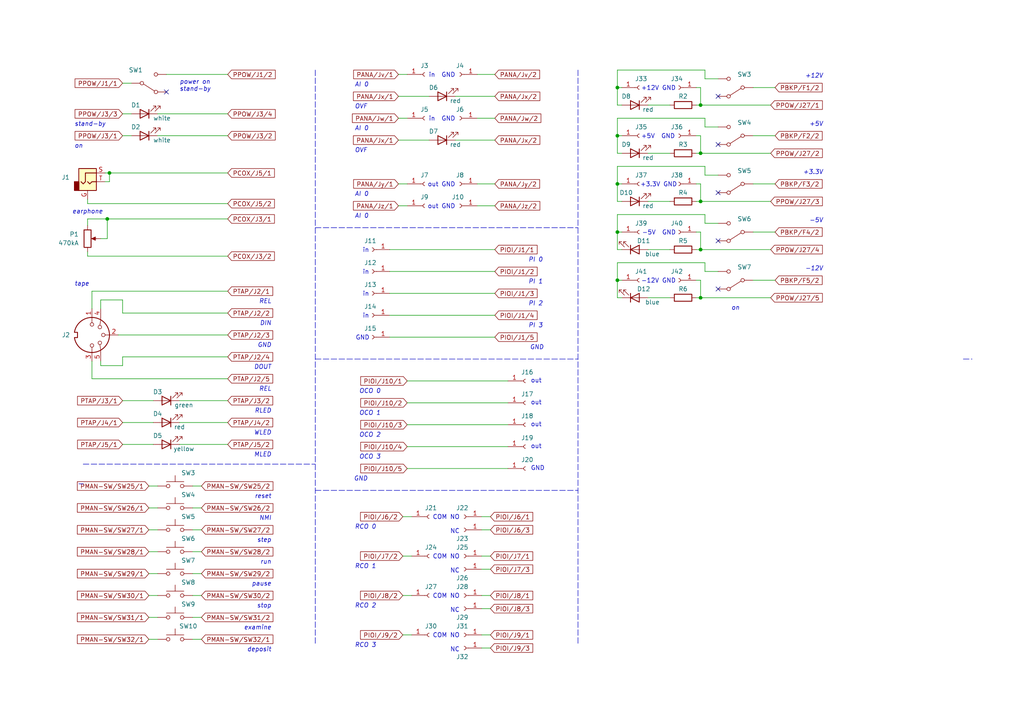
<source format=kicad_sch>
(kicad_sch (version 20211123) (generator eeschema)
  (paper "A4")
  (title_block (title "Front panel") (date "2025-11-15") (rev "1.0") (company "Pozsar Zsolt") (comment 1 "Zacchaeus Microcomputer"))
  (lib_symbols
    (symbol "Connector:AudioJack2_Ground"
      (property "Reference" "J" (at 0 8.89 0))
      (property "Value" "AudioJack2_Ground" (at 0 6.35 0))
      (symbol "AudioJack2_Ground_0_1"
        (rectangle (start -2.54 -2.54) (end -3.81 0) (stroke (width 0.254)) (fill (type outline)))
        (polyline (pts (xy 0 0) (xy 0.635 -0.635) (xy 1.27 0) (xy 2.54 0)) (stroke (width 0.254)))
        (polyline (pts (xy 2.54 2.54) (xy -0.635 2.54) (xy -0.635 0) (xy -1.27 -0.635) (xy -1.905 0)) (stroke (width 0.254)))
        (rectangle (start 2.54 3.81) (end -2.54 -2.54) (stroke (width 0.254)) (fill (type background)))
      )
      (symbol "AudioJack2_Ground_1_1"
        (pin passive line (at 0 -5.08 90) (length 2.54) (name "~") (number "G"))
        (pin passive line (at 5.08 2.54 180) (length 2.54) (name "~") (number "S"))
        (pin passive line (at 5.08 0 180) (length 2.54) (name "~") (number "T"))
      )
    )
    (symbol "Connector:Conn_01x01_Female" (pin_names (offset 1.016) hide)
      (property "Reference" "J" (at 0 2.54 0))
      (property "Value" "Conn_01x01_Female" (at 0 -2.54 0))
      (symbol "Conn_01x01_Female_1_1"
        (polyline (pts (xy -1.27 0) (xy -0.508 0)) (stroke (width 0.1524)))
        (arc (start 0 0.508) (mid -0.508 0) (end 0 -0.508) (stroke (width 0.1524)))
        (pin passive line (at -5.08 0 0) (length 3.81) (name "Pin_1") (number "1"))
      )
    )
    (symbol "Connector:DIN-5_180degree" (pin_names (offset 1.016))
      (property "Reference" "J" (at 3.175 5.715 0))
      (property "Value" "DIN-5_180degree" (at 0 -6.35 0))
      (symbol "DIN-5_180degree_0_1"
        (arc (start -5.08 0) (mid -3.8609 -3.3364) (end -0.762 -5.08) (stroke (width 0.254)))
        (circle (center -3.048 0) (radius 0.508))
        (circle (center -2.286 2.286) (radius 0.508))
        (polyline (pts (xy -5.08 0) (xy -3.556 0)))
        (polyline (pts (xy 0 5.08) (xy 0 3.81)))
        (polyline (pts (xy 5.08 0) (xy 3.556 0)))
        (polyline (pts (xy -5.08 2.54) (xy -4.318 2.54) (xy -2.794 2.286)))
        (polyline (pts (xy 5.08 2.54) (xy 4.318 2.54) (xy 2.794 2.286)))
        (polyline (pts (xy -0.762 -4.953) (xy -0.762 -4.191) (xy 0.762 -4.191) (xy 0.762 -4.953)) (stroke (width 0.254)))
        (circle (center 0 3.302) (radius 0.508))
        (arc (start 0.762 -5.08) (mid 3.8685 -3.343) (end 5.08 0) (stroke (width 0.254)))
        (circle (center 2.286 2.286) (radius 0.508))
        (circle (center 3.048 0) (radius 0.508))
        (arc (start 5.08 0) (mid 0 5.08) (end -5.08 0) (stroke (width 0.254)))
      )
      (symbol "DIN-5_180degree_1_1"
        (pin passive line (at -7.62 0 0) (length 2.54) (name "~") (number "1"))
        (pin passive line (at 0 7.62 270) (length 2.54) (name "~") (number "2"))
        (pin passive line (at 7.62 0 180) (length 2.54) (name "~") (number "3"))
        (pin passive line (at -7.62 2.54 0) (length 2.54) (name "~") (number "4"))
        (pin passive line (at 7.62 2.54 180) (length 2.54) (name "~") (number "5"))
      )
    )
    (symbol "Device:LED" (pin_numbers hide) (pin_names (offset 1.016) hide)
      (property "Reference" "D" (at 0 2.54 0))
      (property "Value" "LED" (at 0 -2.54 0))
      (symbol "LED_0_1"
        (polyline (pts (xy -1.27 -1.27) (xy -1.27 1.27)) (stroke (width 0.254)))
        (polyline (pts (xy -1.27 0) (xy 1.27 0)))
        (polyline (pts (xy 1.27 -1.27) (xy 1.27 1.27) (xy -1.27 0) (xy 1.27 -1.27)) (stroke (width 0.254)))
        (polyline (pts (xy -3.048 -0.762) (xy -4.572 -2.286) (xy -3.81 -2.286) (xy -4.572 -2.286) (xy -4.572 -1.524)))
        (polyline (pts (xy -1.778 -0.762) (xy -3.302 -2.286) (xy -2.54 -2.286) (xy -3.302 -2.286) (xy -3.302 -1.524)))
      )
      (symbol "LED_1_1"
        (pin passive line (at -3.81 0 0) (length 2.54) (name "K") (number "1"))
        (pin passive line (at 3.81 0 180) (length 2.54) (name "A") (number "2"))
      )
    )
    (symbol "Device:R" (pin_numbers hide) (pin_names (offset 0))
      (property "Reference" "R" (at 2.032 0 90))
      (property "Value" "R" (at 0 0 90))
      (symbol "R_0_1"
        (rectangle (start -1.016 -2.54) (end 1.016 2.54) (stroke (width 0.254)))
      )
      (symbol "R_1_1"
        (pin passive line (at 0 3.81 270) (length 1.27) (name "~") (number "1"))
        (pin passive line (at 0 -3.81 90) (length 1.27) (name "~") (number "2"))
      )
    )
    (symbol "Device:R_Potentiometer" (pin_numbers hide) (pin_names (offset 1.016) hide)
      (property "Reference" "RV" (at -4.445 0 90))
      (property "Value" "R_Potentiometer" (at -2.54 0 90))
      (symbol "R_Potentiometer_0_1"
        (polyline (pts (xy 2.54 0) (xy 1.524 0)))
        (polyline (pts (xy 1.143 0) (xy 2.286 0.508) (xy 2.286 -0.508) (xy 1.143 0)) (fill (type outline)))
        (rectangle (start 1.016 2.54) (end -1.016 -2.54) (stroke (width 0.254)))
      )
      (symbol "R_Potentiometer_1_1"
        (pin passive line (at 0 3.81 270) (length 1.27) (name "1") (number "1"))
        (pin passive line (at 3.81 0 180) (length 1.27) (name "2") (number "2"))
        (pin passive line (at 0 -3.81 90) (length 1.27) (name "3") (number "3"))
      )
    )
    (symbol "SW_SPDT_1" (pin_numbers hide) (pin_names (offset 0) hide)
      (property "Reference" "SW" (at 0 4.318 0))
      (property "Value" "SW_SPDT_1" (at 0 -5.08 0))
      (symbol "SW_SPDT_1_0_0"
        (circle (center -2.032 0) (radius 0.508))
        (circle (center 2.032 -2.54) (radius 0.508))
      )
      (symbol "SW_SPDT_1_0_1"
        (polyline (pts (xy -1.524 0.254) (xy 1.651 2.286)))
        (circle (center 2.032 2.54) (radius 0.508))
      )
      (symbol "SW_SPDT_1_1_1"
        (pin passive line (at 5.08 2.54 180) (length 2.54) (name "A") (number "1"))
        (pin passive line (at -5.08 0 0) (length 2.54) (name "B") (number "2"))
        (pin passive line (at 5.08 -2.54 180) (length 2.54) (name "C") (number "3"))
      )
    )
    (symbol "Switch:SW_Push" (pin_numbers hide) (pin_names (offset 1.016) hide)
      (property "Reference" "SW" (at 1.27 2.54 0))
      (property "Value" "SW_Push" (at 0 -1.524 0))
      (symbol "SW_Push_0_1"
        (circle (center -2.032 0) (radius 0.508))
        (polyline (pts (xy 0 1.27) (xy 0 3.048)))
        (polyline (pts (xy 2.54 1.27) (xy -2.54 1.27)))
        (circle (center 2.032 0) (radius 0.508))
        (pin passive line (at -5.08 0 0) (length 2.54) (name "1") (number "1"))
        (pin passive line (at 5.08 0 180) (length 2.54) (name "2") (number "2"))
      )
    )
    (symbol "Switch:SW_SPDT" (pin_numbers hide) (pin_names (offset 0) hide)
      (property "Reference" "SW" (at 0 4.318 0))
      (property "Value" "SW_SPDT" (at 0 -5.08 0))
      (symbol "SW_SPDT_0_0"
        (circle (center -2.032 0) (radius 0.508))
        (circle (center 2.032 -2.54) (radius 0.508))
      )
      (symbol "SW_SPDT_0_1"
        (polyline (pts (xy -1.524 0.254) (xy 1.651 2.286)))
        (circle (center 2.032 2.54) (radius 0.508))
      )
      (symbol "SW_SPDT_1_1"
        (pin passive line (at 5.08 2.54 180) (length 2.54) (name "A") (number "1"))
        (pin passive line (at -5.08 0 0) (length 2.54) (name "B") (number "2"))
        (pin passive line (at 5.08 -2.54 180) (length 2.54) (name "C") (number "3"))
      )
    )
  )
  (junction (at 203.2 58.42))
  (junction (at 179.07 81.28))
  (junction (at 179.07 67.31))
  (junction (at 203.2 72.39))
  (junction (at 179.07 53.34))
  (junction (at 203.2 30.48))
  (junction (at 179.07 39.37))
  (junction (at 31.115 63.5))
  (junction (at 31.75 50.165))
  (junction (at 203.2 86.36))
  (junction (at 203.2 44.45))
  (junction (at 179.07 25.4))
  (no_connect (at 48.26 26.67))
  (no_connect (at 208.28 83.82))
  (no_connect (at 208.28 55.88))
  (no_connect (at 208.28 27.94))
  (no_connect (at 208.28 41.91))
  (no_connect (at 208.28 69.85))
  (wire (pts (xy 203.2 25.4) (xy 203.2 30.48)))
  (polyline (pts (xy 91.44 20.32) (xy 91.44 186.69)))
  (wire (pts (xy 35.56 90.805) (xy 66.04 90.805)))
  (wire (pts (xy 179.07 20.32) (xy 179.07 25.4)))
  (wire (pts (xy 179.07 53.34) (xy 179.07 58.42)))
  (wire (pts (xy 204.47 48.26) (xy 204.47 50.8)))
  (wire (pts (xy 180.34 25.4) (xy 179.07 25.4)))
  (wire (pts (xy 113.03 91.44) (xy 143.51 91.44)))
  (wire (pts (xy 179.07 81.28) (xy 179.07 86.36)))
  (wire (pts (xy 179.07 48.26) (xy 179.07 53.34)))
  (wire (pts (xy 147.32 116.84) (xy 118.11 116.84)))
  (wire (pts (xy 55.88 185.42) (xy 58.42 185.42)))
  (wire (pts (xy 31.115 63.5) (xy 31.115 69.215)))
  (wire (pts (xy 29.21 89.535) (xy 29.21 86.995)))
  (wire (pts (xy 204.47 36.83) (xy 208.28 36.83)))
  (wire (pts (xy 204.47 76.2) (xy 204.47 78.74)))
  (polyline (pts (xy 24.13 134.62) (xy 91.44 134.62)))
  (wire (pts (xy 35.56 33.02) (xy 38.1 33.02)))
  (wire (pts (xy 204.47 78.74) (xy 208.28 78.74)))
  (wire (pts (xy 25.4 57.785) (xy 25.4 59.055)))
  (wire (pts (xy 143.51 21.59) (xy 138.43 21.59)))
  (wire (pts (xy 48.26 21.59) (xy 66.04 21.59)))
  (wire (pts (xy 201.93 39.37) (xy 203.2 39.37)))
  (wire (pts (xy 55.88 160.02) (xy 58.42 160.02)))
  (wire (pts (xy 204.47 64.77) (xy 208.28 64.77)))
  (wire (pts (xy 179.07 34.29) (xy 179.07 39.37)))
  (wire (pts (xy 187.96 30.48) (xy 194.31 30.48)))
  (wire (pts (xy 35.56 103.505) (xy 35.56 106.045)))
  (wire (pts (xy 113.03 72.39) (xy 143.51 72.39)))
  (wire (pts (xy 179.07 76.2) (xy 179.07 81.28)))
  (wire (pts (xy 132.08 40.64) (xy 143.51 40.64)))
  (wire (pts (xy 218.44 39.37) (xy 224.79 39.37)))
  (wire (pts (xy 142.24 153.67) (xy 139.7 153.67)))
  (wire (pts (xy 55.88 140.97) (xy 58.42 140.97)))
  (wire (pts (xy 26.67 84.455) (xy 66.04 84.455)))
  (wire (pts (xy 55.88 153.67) (xy 58.42 153.67)))
  (wire (pts (xy 203.2 44.45) (xy 201.93 44.45)))
  (wire (pts (xy 201.93 25.4) (xy 203.2 25.4)))
  (wire (pts (xy 43.18 185.42) (xy 45.72 185.42)))
  (wire (pts (xy 179.07 48.26) (xy 204.47 48.26)))
  (wire (pts (xy 179.07 25.4) (xy 179.07 30.48)))
  (wire (pts (xy 147.32 110.49) (xy 118.11 110.49)))
  (wire (pts (xy 204.47 34.29) (xy 204.47 36.83)))
  (wire (pts (xy 55.88 179.07) (xy 58.42 179.07)))
  (wire (pts (xy 201.93 53.34) (xy 203.2 53.34)))
  (wire (pts (xy 180.34 39.37) (xy 179.07 39.37)))
  (wire (pts (xy 179.07 20.32) (xy 204.47 20.32)))
  (wire (pts (xy 179.07 86.36) (xy 180.34 86.36)))
  (wire (pts (xy 119.38 184.15) (xy 116.84 184.15)))
  (wire (pts (xy 142.24 165.1) (xy 139.7 165.1)))
  (wire (pts (xy 180.34 53.34) (xy 179.07 53.34)))
  (wire (pts (xy 34.29 97.155) (xy 66.04 97.155)))
  (wire (pts (xy 147.32 123.19) (xy 118.11 123.19)))
  (wire (pts (xy 35.56 103.505) (xy 66.04 103.505)))
  (wire (pts (xy 26.67 84.455) (xy 26.67 89.535)))
  (polyline (pts (xy 91.44 66.04) (xy 167.64 66.04)))
  (wire (pts (xy 29.21 69.215) (xy 31.115 69.215)))
  (wire (pts (xy 203.2 72.39) (xy 201.93 72.39)))
  (wire (pts (xy 43.18 172.72) (xy 45.72 172.72)))
  (wire (pts (xy 179.07 62.23) (xy 179.07 67.31)))
  (polyline (pts (xy 22.86 140.335) (xy 24.13 140.335)))
  (wire (pts (xy 118.11 53.34) (xy 115.57 53.34)))
  (wire (pts (xy 179.07 39.37) (xy 179.07 44.45)))
  (wire (pts (xy 115.57 40.64) (xy 124.46 40.64)))
  (wire (pts (xy 179.07 30.48) (xy 180.34 30.48)))
  (wire (pts (xy 113.03 85.09) (xy 143.51 85.09)))
  (wire (pts (xy 143.51 34.29) (xy 138.43 34.29)))
  (wire (pts (xy 203.2 53.34) (xy 203.2 58.42)))
  (wire (pts (xy 203.2 39.37) (xy 203.2 44.45)))
  (wire (pts (xy 203.2 86.36) (xy 223.52 86.36)))
  (wire (pts (xy 35.56 122.555) (xy 44.45 122.555)))
  (wire (pts (xy 31.75 50.165) (xy 66.04 50.165)))
  (wire (pts (xy 142.24 184.15) (xy 139.7 184.15)))
  (wire (pts (xy 180.34 81.28) (xy 179.07 81.28)))
  (wire (pts (xy 187.96 72.39) (xy 194.31 72.39)))
  (wire (pts (xy 187.96 44.45) (xy 194.31 44.45)))
  (wire (pts (xy 45.72 39.37) (xy 66.04 39.37)))
  (wire (pts (xy 55.88 166.37) (xy 58.42 166.37)))
  (wire (pts (xy 118.11 59.69) (xy 115.57 59.69)))
  (wire (pts (xy 142.24 176.53) (xy 139.7 176.53)))
  (wire (pts (xy 142.24 161.29) (xy 139.7 161.29)))
  (wire (pts (xy 179.07 67.31) (xy 179.07 72.39)))
  (wire (pts (xy 45.72 33.02) (xy 66.04 33.02)))
  (wire (pts (xy 179.07 44.45) (xy 180.34 44.45)))
  (wire (pts (xy 142.24 187.96) (xy 139.7 187.96)))
  (wire (pts (xy 143.51 53.34) (xy 138.43 53.34)))
  (wire (pts (xy 113.03 78.74) (xy 143.51 78.74)))
  (wire (pts (xy 25.4 65.405) (xy 25.4 63.5)))
  (wire (pts (xy 179.07 58.42) (xy 180.34 58.42)))
  (wire (pts (xy 29.21 104.775) (xy 29.21 106.045)))
  (wire (pts (xy 147.32 135.89) (xy 118.11 135.89)))
  (wire (pts (xy 43.18 147.32) (xy 45.72 147.32)))
  (wire (pts (xy 179.07 72.39) (xy 180.34 72.39)))
  (wire (pts (xy 203.2 30.48) (xy 223.52 30.48)))
  (wire (pts (xy 203.2 58.42) (xy 201.93 58.42)))
  (polyline (pts (xy 91.44 142.24) (xy 167.64 142.24)))
  (wire (pts (xy 35.56 86.995) (xy 35.56 90.805)))
  (wire (pts (xy 35.56 39.37) (xy 38.1 39.37)))
  (wire (pts (xy 218.44 25.4) (xy 224.79 25.4)))
  (wire (pts (xy 31.75 52.705) (xy 31.75 50.165)))
  (wire (pts (xy 30.48 52.705) (xy 31.75 52.705)))
  (wire (pts (xy 25.4 59.055) (xy 66.04 59.055)))
  (wire (pts (xy 203.2 72.39) (xy 223.52 72.39)))
  (wire (pts (xy 35.56 128.905) (xy 44.45 128.905)))
  (polyline (pts (xy 279.4 104.14) (xy 281.94 104.14)))
  (wire (pts (xy 143.51 59.69) (xy 138.43 59.69)))
  (wire (pts (xy 26.67 104.775) (xy 26.67 109.855)))
  (wire (pts (xy 179.07 76.2) (xy 204.47 76.2)))
  (polyline (pts (xy 167.64 20.32) (xy 167.64 186.69)))
  (wire (pts (xy 113.03 97.79) (xy 143.51 97.79)))
  (wire (pts (xy 52.07 128.905) (xy 66.04 128.905)))
  (wire (pts (xy 29.21 86.995) (xy 35.56 86.995)))
  (wire (pts (xy 43.18 153.67) (xy 45.72 153.67)))
  (wire (pts (xy 203.2 67.31) (xy 203.2 72.39)))
  (wire (pts (xy 26.67 109.855) (xy 66.04 109.855)))
  (wire (pts (xy 224.79 81.28) (xy 218.44 81.28)))
  (wire (pts (xy 204.47 62.23) (xy 204.47 64.77)))
  (wire (pts (xy 43.18 166.37) (xy 45.72 166.37)))
  (wire (pts (xy 43.18 160.02) (xy 45.72 160.02)))
  (wire (pts (xy 52.07 122.555) (xy 66.04 122.555)))
  (wire (pts (xy 118.11 21.59) (xy 115.57 21.59)))
  (wire (pts (xy 142.24 149.86) (xy 139.7 149.86)))
  (wire (pts (xy 179.07 34.29) (xy 204.47 34.29)))
  (wire (pts (xy 179.07 62.23) (xy 204.47 62.23)))
  (wire (pts (xy 142.24 172.72) (xy 139.7 172.72)))
  (wire (pts (xy 204.47 20.32) (xy 204.47 22.86)))
  (wire (pts (xy 29.21 106.045) (xy 35.56 106.045)))
  (wire (pts (xy 187.96 58.42) (xy 194.31 58.42)))
  (wire (pts (xy 203.2 81.28) (xy 203.2 86.36)))
  (wire (pts (xy 204.47 22.86) (xy 208.28 22.86)))
  (wire (pts (xy 223.52 44.45) (xy 203.2 44.45)))
  (wire (pts (xy 201.93 67.31) (xy 203.2 67.31)))
  (wire (pts (xy 187.96 86.36) (xy 194.31 86.36)))
  (wire (pts (xy 35.56 24.13) (xy 38.1 24.13)))
  (wire (pts (xy 66.04 74.295) (xy 25.4 74.295)))
  (wire (pts (xy 43.18 140.97) (xy 45.72 140.97)))
  (wire (pts (xy 119.38 161.29) (xy 116.84 161.29)))
  (wire (pts (xy 119.38 172.72) (xy 116.84 172.72)))
  (wire (pts (xy 31.115 63.5) (xy 66.04 63.5)))
  (wire (pts (xy 203.2 30.48) (xy 201.93 30.48)))
  (wire (pts (xy 132.08 27.94) (xy 143.51 27.94)))
  (wire (pts (xy 218.44 67.31) (xy 224.79 67.31)))
  (wire (pts (xy 25.4 74.295) (xy 25.4 73.025)))
  (wire (pts (xy 119.38 149.86) (xy 116.84 149.86)))
  (polyline (pts (xy 91.44 104.14) (xy 167.64 104.14)))
  (wire (pts (xy 31.75 50.165) (xy 30.48 50.165)))
  (wire (pts (xy 115.57 27.94) (xy 124.46 27.94)))
  (wire (pts (xy 55.88 147.32) (xy 58.42 147.32)))
  (wire (pts (xy 203.2 86.36) (xy 201.93 86.36)))
  (wire (pts (xy 204.47 50.8) (xy 208.28 50.8)))
  (wire (pts (xy 180.34 67.31) (xy 179.07 67.31)))
  (wire (pts (xy 25.4 63.5) (xy 31.115 63.5)))
  (wire (pts (xy 43.18 179.07) (xy 45.72 179.07)))
  (wire (pts (xy 203.2 58.42) (xy 223.52 58.42)))
  (wire (pts (xy 218.44 53.34) (xy 224.79 53.34)))
  (wire (pts (xy 147.32 129.54) (xy 118.11 129.54)))
  (wire (pts (xy 201.93 81.28) (xy 203.2 81.28)))
  (wire (pts (xy 55.88 172.72) (xy 58.42 172.72)))
  (wire (pts (xy 35.56 116.205) (xy 44.45 116.205)))
  (wire (pts (xy 118.11 34.29) (xy 115.57 34.29)))
  (wire (pts (xy 52.07 116.205) (xy 66.04 116.205)))
  (text "OVF" (at 102.87 44.45 0) (effects (font (size 1.27 1.27) italic) (justify left bottom)))
  (text "-5V" (at 238.76 64.77 180) (effects (font (size 1.27 1.27) italic) (justify right bottom)))
  (text "power on\nstand-by" (at 52.07 26.67 0) (effects (font (size 1.27 1.27) italic) (justify left bottom)))
  (text "COM NO\n\n    NC" (at 133.35 177.8 180) (effects (font (size 1.27 1.27)) (justify right bottom)))
  (text "-12V" (at 238.76 78.74 180) (effects (font (size 1.27 1.27) italic) (justify right bottom)))
  (text "out GND" (at 132.08 60.706 180) (effects (font (size 1.27 1.27)) (justify right bottom)))
  (text "RCO 3" (at 102.87 187.96 0) (effects (font (size 1.27 1.27) italic) (justify left bottom)))
  (text "GND" (at 78.74 100.965 180) (effects (font (size 1.27 1.27) italic) (justify right bottom)))
  (text "in" (at 105.156 79.756 0) (effects (font (size 1.27 1.27)) (justify left bottom)))
  (text "PI 0" (at 157.48 76.2 180) (effects (font (size 1.27 1.27) italic) (justify right bottom)))
  (text "examine" (at 78.74 182.88 180) (effects (font (size 1.27 1.27) italic) (justify right bottom)))
  (text "PI 1" (at 157.48 82.55 180) (effects (font (size 1.27 1.27) italic) (justify right bottom)))
  (text "COM NO\n\n    NC" (at 133.35 189.23 180) (effects (font (size 1.27 1.27)) (justify right bottom)))
  (text "in  GND" (at 132.08 22.606 180) (effects (font (size 1.27 1.27)) (justify right bottom)))
  (text "GND" (at 153.924 136.652 0) (effects (font (size 1.27 1.27)) (justify left bottom)))
  (text "RLED" (at 78.74 120.015 180) (effects (font (size 1.27 1.27) italic) (justify right bottom)))
  (text "MLED" (at 78.74 132.715 180) (effects (font (size 1.27 1.27) italic) (justify right bottom)))
  (text "in" (at 105.156 73.406 0) (effects (font (size 1.27 1.27)) (justify left bottom)))
  (text "OCO 0" (at 104.14 114.3 0) (effects (font (size 1.27 1.27) italic) (justify left bottom)))
  (text "AI 0" (at 102.87 38.1 0) (effects (font (size 1.27 1.27) italic) (justify left bottom)))
  (text "RCO 1" (at 102.87 165.1 0) (effects (font (size 1.27 1.27) italic) (justify left bottom)))
  (text "earphone" (at 20.955 62.23 0) (effects (font (size 1.27 1.27) italic) (justify left bottom)))
  (text "AI 0" (at 102.87 25.4 0) (effects (font (size 1.27 1.27) italic) (justify left bottom)))
  (text "+5V  GND" (at 185.928 40.386 0) (effects (font (size 1.27 1.27)) (justify left bottom)))
  (text "on" (at 212.09 90.17 0) (effects (font (size 1.27 1.27) italic) (justify left bottom)))
  (text "deposit" (at 78.74 189.23 180) (effects (font (size 1.27 1.27) italic) (justify right bottom)))
  (text "AI 0" (at 102.87 63.5 0) (effects (font (size 1.27 1.27) italic) (justify left bottom)))
  (text "AI 0" (at 102.87 57.15 0) (effects (font (size 1.27 1.27) italic) (justify left bottom)))
  (text "+12V" (at 238.76 22.86 180) (effects (font (size 1.27 1.27) italic) (justify right bottom)))
  (text "in  GND" (at 132.08 35.306 180) (effects (font (size 1.27 1.27)) (justify right bottom)))
  (text "PI 2" (at 157.48 88.9 180) (effects (font (size 1.27 1.27) italic) (justify right bottom)))
  (text "reset" (at 78.74 144.78 180) (effects (font (size 1.27 1.27) italic) (justify right bottom)))
  (text "+3.3V" (at 238.76 50.8 180) (effects (font (size 1.27 1.27) italic) (justify right bottom)))
  (text "pause" (at 78.74 170.18 180) (effects (font (size 1.27 1.27) italic) (justify right bottom)))
  (text "REL" (at 78.74 88.265 180) (effects (font (size 1.27 1.27) italic) (justify right bottom)))
  (text "COM NO\n\n    NC" (at 133.35 166.37 180) (effects (font (size 1.27 1.27)) (justify right bottom)))
  (text "COM NO\n\n    NC" (at 133.35 154.94 180) (effects (font (size 1.27 1.27)) (justify right bottom)))
  (text "-12V GND" (at 185.928 82.296 0) (effects (font (size 1.27 1.27)) (justify left bottom)))
  (text "out" (at 153.924 111.252 0) (effects (font (size 1.27 1.27)) (justify left bottom)))
  (text "out" (at 153.924 130.302 0) (effects (font (size 1.27 1.27)) (justify left bottom)))
  (text "+12V GND" (at 185.928 26.416 0) (effects (font (size 1.27 1.27)) (justify left bottom)))
  (text "stop" (at 78.74 176.53 180) (effects (font (size 1.27 1.27) italic) (justify right bottom)))
  (text "NMI" (at 78.74 151.13 180) (effects (font (size 1.27 1.27) italic) (justify right bottom)))
  (text "RCO 0" (at 102.87 153.67 0) (effects (font (size 1.27 1.27) italic) (justify left bottom)))
  (text "WLED" (at 78.74 126.365 180) (effects (font (size 1.27 1.27) italic) (justify right bottom)))
  (text "on" (at 21.59 43.18 0) (effects (font (size 1.27 1.27) italic) (justify left bottom)))
  (text "run" (at 78.74 163.83 180) (effects (font (size 1.27 1.27) italic) (justify right bottom)))
  (text "out GND" (at 132.08 54.356 180) (effects (font (size 1.27 1.27)) (justify right bottom)))
  (text "out" (at 153.924 117.602 0) (effects (font (size 1.27 1.27)) (justify left bottom)))
  (text "DOUT" (at 78.74 107.315 180) (effects (font (size 1.27 1.27) italic) (justify right bottom)))
  (text "GND" (at 153.67 101.6 0) (effects (font (size 1.27 1.27) italic) (justify left bottom)))
  (text "GND" (at 106.68 139.7 180) (effects (font (size 1.27 1.27) italic) (justify right bottom)))
  (text "in" (at 105.156 86.106 0) (effects (font (size 1.27 1.27)) (justify left bottom)))
  (text "out" (at 153.924 123.952 0) (effects (font (size 1.27 1.27)) (justify left bottom)))
  (text "tape" (at 21.59 83.185 0) (effects (font (size 1.27 1.27) italic) (justify left bottom)))
  (text "OVF" (at 102.87 31.75 0) (effects (font (size 1.27 1.27) italic) (justify left bottom)))
  (text "RCO 2" (at 102.87 176.53 0) (effects (font (size 1.27 1.27) italic) (justify left bottom)))
  (text "OCO 3" (at 104.14 133.35 0) (effects (font (size 1.27 1.27) italic) (justify left bottom)))
  (text "stand-by" (at 21.59 36.83 0) (effects (font (size 1.27 1.27) italic) (justify left bottom)))
  (text "in" (at 105.156 92.456 0) (effects (font (size 1.27 1.27)) (justify left bottom)))
  (text "DIN" (at 78.74 94.615 180) (effects (font (size 1.27 1.27) italic) (justify right bottom)))
  (text "GND" (at 103.124 98.806 0) (effects (font (size 1.27 1.27)) (justify left bottom)))
  (text "REL" (at 78.74 113.665 180) (effects (font (size 1.27 1.27) italic) (justify right bottom)))
  (text "step" (at 78.74 157.48 180) (effects (font (size 1.27 1.27) italic) (justify right bottom)))
  (text "+5V" (at 238.76 36.83 180) (effects (font (size 1.27 1.27) italic) (justify right bottom)))
  (text "OCO 2" (at 104.14 127 0) (effects (font (size 1.27 1.27) italic) (justify left bottom)))
  (text "PI 3" (at 157.48 95.25 180) (effects (font (size 1.27 1.27) italic) (justify right bottom)))
  (text "OCO 1" (at 104.14 120.65 0) (effects (font (size 1.27 1.27) italic) (justify left bottom)))
  (text "+3.3V GND" (at 185.674 54.356 0) (effects (font (size 1.27 1.27)) (justify left bottom)))
  (text "-5V  GND" (at 186.182 68.326 0) (effects (font (size 1.27 1.27)) (justify left bottom)))
  (global_label "PTAP{slash}J2{slash}2" (shape input) (at 66.04 90.805 0) (property "Intersheet References" "${INTERSHEET_REFS}" (effects hide)))
  (global_label "PBKP{slash}F5{slash}2" (shape input) (at 224.79 81.28 0) (property "Intersheet References" "${INTERSHEET_REFS}" (effects hide)))
  (global_label "PCOX{slash}J3{slash}1" (shape input) (at 66.04 63.5 0) (property "Intersheet References" "${INTERSHEET_REFS}" (effects hide)))
  (global_label "PIOI{slash}J9{slash}1" (shape input) (at 142.24 184.15 0) (property "Intersheet References" "${INTERSHEET_REFS}" (effects hide)))
  (global_label "PMAN-SW{slash}SW27{slash}2" (shape input) (at 58.42 153.67 0) (property "Intersheet References" "${INTERSHEET_REFS}" (effects hide)))
  (global_label "PPOW{slash}J27{slash}2" (shape input) (at 223.52 44.45 0) (property "Intersheet References" "${INTERSHEET_REFS}" (effects hide)))
  (global_label "PBKP{slash}F4{slash}2" (shape input) (at 224.79 67.31 0) (property "Intersheet References" "${INTERSHEET_REFS}" (effects hide)))
  (global_label "PBKP{slash}F3{slash}2" (shape input) (at 224.79 53.34 0) (property "Intersheet References" "${INTERSHEET_REFS}" (effects hide)))
  (global_label "PMAN-SW{slash}SW26{slash}2" (shape input) (at 58.42 147.32 0) (property "Intersheet References" "${INTERSHEET_REFS}" (effects hide)))
  (global_label "PIOI{slash}J6{slash}3" (shape input) (at 142.24 153.67 0) (property "Intersheet References" "${INTERSHEET_REFS}" (effects hide)))
  (global_label "PIOI{slash}J7{slash}2" (shape input) (at 116.84 161.29 180) (property "Intersheet References" "${INTERSHEET_REFS}" (effects hide)))
  (global_label "PPOW{slash}J3{slash}1" (shape input) (at 35.56 39.37 180) (property "Intersheet References" "${INTERSHEET_REFS}" (effects hide)))
  (global_label "PTAP{slash}J2{slash}3" (shape input) (at 66.04 97.155 0) (property "Intersheet References" "${INTERSHEET_REFS}" (effects hide)))
  (global_label "PCOX{slash}J5{slash}2" (shape input) (at 66.04 59.055 0) (property "Intersheet References" "${INTERSHEET_REFS}" (effects hide)))
  (global_label "PMAN-SW{slash}SW28{slash}1" (shape input) (at 43.18 160.02 180) (property "Intersheet References" "${INTERSHEET_REFS}" (effects hide)))
  (global_label "PANA{slash}Jy{slash}1" (shape input) (at 115.57 53.34 180) (property "Intersheet References" "${INTERSHEET_REFS}" (effects hide)))
  (global_label "PANA{slash}Jy{slash}2" (shape input) (at 143.51 53.34 0) (property "Intersheet References" "${INTERSHEET_REFS}" (effects hide)))
  (global_label "PIOI{slash}J7{slash}1" (shape input) (at 142.24 161.29 0) (property "Intersheet References" "${INTERSHEET_REFS}" (effects hide)))
  (global_label "PPOW{slash}J27{slash}1" (shape input) (at 223.52 30.48 0) (property "Intersheet References" "${INTERSHEET_REFS}" (effects hide)))
  (global_label "PMAN-SW{slash}SW30{slash}1" (shape input) (at 43.18 172.72 180) (property "Intersheet References" "${INTERSHEET_REFS}" (effects hide)))
  (global_label "PIOI{slash}J10{slash}5" (shape input) (at 118.11 135.89 180) (property "Intersheet References" "${INTERSHEET_REFS}" (effects hide)))
  (global_label "PTAP{slash}J2{slash}4" (shape input) (at 66.04 103.505 0) (property "Intersheet References" "${INTERSHEET_REFS}" (effects hide)))
  (global_label "PIOI{slash}J10{slash}4" (shape input) (at 118.11 129.54 180) (property "Intersheet References" "${INTERSHEET_REFS}" (effects hide)))
  (global_label "PTAP{slash}J4{slash}2" (shape input) (at 66.04 122.555 0) (property "Intersheet References" "${INTERSHEET_REFS}" (effects hide)))
  (global_label "PMAN-SW{slash}SW30{slash}2" (shape input) (at 58.42 172.72 0) (property "Intersheet References" "${INTERSHEET_REFS}" (effects hide)))
  (global_label "PMAN-SW{slash}SW29{slash}2" (shape input) (at 58.42 166.37 0) (property "Intersheet References" "${INTERSHEET_REFS}" (effects hide)))
  (global_label "PTAP{slash}J4{slash}1" (shape input) (at 35.56 122.555 180) (property "Intersheet References" "${INTERSHEET_REFS}" (effects hide)))
  (global_label "PTAP{slash}J5{slash}1" (shape input) (at 35.56 128.905 180) (property "Intersheet References" "${INTERSHEET_REFS}" (effects hide)))
  (global_label "PANA{slash}Jz{slash}1" (shape input) (at 115.57 59.69 180) (property "Intersheet References" "${INTERSHEET_REFS}" (effects hide)))
  (global_label "PCOX{slash}J5{slash}1" (shape input) (at 66.04 50.165 0) (property "Intersheet References" "${INTERSHEET_REFS}" (effects hide)))
  (global_label "PBKP{slash}F2{slash}2" (shape input) (at 224.79 39.37 0) (property "Intersheet References" "${INTERSHEET_REFS}" (effects hide)))
  (global_label "PMAN-SW{slash}SW26{slash}1" (shape input) (at 43.18 147.32 180) (property "Intersheet References" "${INTERSHEET_REFS}" (effects hide)))
  (global_label "PIOI{slash}J8{slash}2" (shape input) (at 116.84 172.72 180) (property "Intersheet References" "${INTERSHEET_REFS}" (effects hide)))
  (global_label "PANA{slash}Jx{slash}2" (shape input) (at 143.51 40.64 0) (property "Intersheet References" "${INTERSHEET_REFS}" (effects hide)))
  (global_label "PIOI{slash}J10{slash}1" (shape input) (at 118.11 110.49 180) (property "Intersheet References" "${INTERSHEET_REFS}" (effects hide)))
  (global_label "PTAP{slash}J2{slash}5" (shape input) (at 66.04 109.855 0) (property "Intersheet References" "${INTERSHEET_REFS}" (effects hide)))
  (global_label "PPOW{slash}J1{slash}2" (shape input) (at 66.04 21.59 0) (property "Intersheet References" "${INTERSHEET_REFS}" (effects hide)))
  (global_label "PIOI{slash}J9{slash}3" (shape input) (at 142.24 187.96 0) (property "Intersheet References" "${INTERSHEET_REFS}" (effects hide)))
  (global_label "PMAN-SW{slash}SW32{slash}1" (shape input) (at 43.18 185.42 180) (property "Intersheet References" "${INTERSHEET_REFS}" (effects hide)))
  (global_label "PIOI{slash}J1{slash}3" (shape input) (at 143.51 85.09 0) (property "Intersheet References" "${INTERSHEET_REFS}" (effects hide)))
  (global_label "PMAN-SW{slash}SW28{slash}2" (shape input) (at 58.42 160.02 0) (property "Intersheet References" "${INTERSHEET_REFS}" (effects hide)))
  (global_label "PIOI{slash}J6{slash}2" (shape input) (at 116.84 149.86 180) (property "Intersheet References" "${INTERSHEET_REFS}" (effects hide)))
  (global_label "PIOI{slash}J8{slash}3" (shape input) (at 142.24 176.53 0) (property "Intersheet References" "${INTERSHEET_REFS}" (effects hide)))
  (global_label "PANA{slash}Jx{slash}1" (shape input) (at 115.57 27.94 180) (property "Intersheet References" "${INTERSHEET_REFS}" (effects hide)))
  (global_label "PIOI{slash}J1{slash}5" (shape input) (at 143.51 97.79 0) (property "Intersheet References" "${INTERSHEET_REFS}" (effects hide)))
  (global_label "PPOW{slash}J3{slash}4" (shape input) (at 66.04 33.02 0) (property "Intersheet References" "${INTERSHEET_REFS}" (effects hide)))
  (global_label "PPOW{slash}J27{slash}5" (shape input) (at 223.52 86.36 0) (property "Intersheet References" "${INTERSHEET_REFS}" (effects hide)))
  (global_label "PPOW{slash}J3{slash}2" (shape input) (at 66.04 39.37 0) (property "Intersheet References" "${INTERSHEET_REFS}" (effects hide)))
  (global_label "PIOI{slash}J1{slash}1" (shape input) (at 143.51 72.39 0) (property "Intersheet References" "${INTERSHEET_REFS}" (effects hide)))
  (global_label "PMAN-SW{slash}SW32{slash}1" (shape input) (at 58.42 185.42 0) (property "Intersheet References" "${INTERSHEET_REFS}" (effects hide)))
  (global_label "PCOX{slash}J3{slash}2" (shape input) (at 66.04 74.295 0) (property "Intersheet References" "${INTERSHEET_REFS}" (effects hide)))
  (global_label "PANA{slash}Jx{slash}1" (shape input) (at 115.57 40.64 180) (property "Intersheet References" "${INTERSHEET_REFS}" (effects hide)))
  (global_label "PMAN-SW{slash}SW31{slash}2" (shape input) (at 58.42 179.07 0) (property "Intersheet References" "${INTERSHEET_REFS}" (effects hide)))
  (global_label "PMAN-SW{slash}SW25{slash}1" (shape input) (at 43.18 140.97 180) (property "Intersheet References" "${INTERSHEET_REFS}" (effects hide)))
  (global_label "PTAP{slash}J3{slash}2" (shape input) (at 66.04 116.205 0) (property "Intersheet References" "${INTERSHEET_REFS}" (effects hide)))
  (global_label "PMAN-SW{slash}SW25{slash}2" (shape input) (at 58.42 140.97 0) (property "Intersheet References" "${INTERSHEET_REFS}" (effects hide)))
  (global_label "PANA{slash}Jw{slash}2" (shape input) (at 143.51 34.29 0) (property "Intersheet References" "${INTERSHEET_REFS}" (effects hide)))
  (global_label "PIOI{slash}J8{slash}1" (shape input) (at 142.24 172.72 0) (property "Intersheet References" "${INTERSHEET_REFS}" (effects hide)))
  (global_label "PIOI{slash}J1{slash}4" (shape input) (at 143.51 91.44 0) (property "Intersheet References" "${INTERSHEET_REFS}" (effects hide)))
  (global_label "PANA{slash}Jx{slash}2" (shape input) (at 143.51 27.94 0) (property "Intersheet References" "${INTERSHEET_REFS}" (effects hide)))
  (global_label "PBKP{slash}F1{slash}2" (shape input) (at 224.79 25.4 0) (property "Intersheet References" "${INTERSHEET_REFS}" (effects hide)))
  (global_label "PIOI{slash}J10{slash}2" (shape input) (at 118.11 116.84 180) (property "Intersheet References" "${INTERSHEET_REFS}" (effects hide)))
  (global_label "PIOI{slash}J7{slash}3" (shape input) (at 142.24 165.1 0) (property "Intersheet References" "${INTERSHEET_REFS}" (effects hide)))
  (global_label "PTAP{slash}J2{slash}1" (shape input) (at 66.04 84.455 0) (property "Intersheet References" "${INTERSHEET_REFS}" (effects hide)))
  (global_label "PPOW{slash}J1{slash}1" (shape input) (at 35.56 24.13 180) (property "Intersheet References" "${INTERSHEET_REFS}" (effects hide)))
  (global_label "PIOI{slash}J1{slash}2" (shape input) (at 143.51 78.74 0) (property "Intersheet References" "${INTERSHEET_REFS}" (effects hide)))
  (global_label "PANA{slash}Jv{slash}2" (shape input) (at 143.51 21.59 0) (property "Intersheet References" "${INTERSHEET_REFS}" (effects hide)))
  (global_label "PANA{slash}Jv{slash}1" (shape input) (at 115.57 21.59 180) (property "Intersheet References" "${INTERSHEET_REFS}" (effects hide)))
  (global_label "PPOW{slash}J27{slash}4" (shape input) (at 223.52 72.39 0) (property "Intersheet References" "${INTERSHEET_REFS}" (effects hide)))
  (global_label "PANA{slash}Jw{slash}1" (shape input) (at 115.57 34.29 180) (property "Intersheet References" "${INTERSHEET_REFS}" (effects hide)))
  (global_label "PMAN-SW{slash}SW29{slash}1" (shape input) (at 43.18 166.37 180) (property "Intersheet References" "${INTERSHEET_REFS}" (effects hide)))
  (global_label "PANA{slash}Jz{slash}2" (shape input) (at 143.51 59.69 0) (property "Intersheet References" "${INTERSHEET_REFS}" (effects hide)))
  (global_label "PPOW{slash}J27{slash}3" (shape input) (at 223.52 58.42 0) (property "Intersheet References" "${INTERSHEET_REFS}" (effects hide)))
  (global_label "PMAN-SW{slash}SW27{slash}1" (shape input) (at 43.18 153.67 180) (property "Intersheet References" "${INTERSHEET_REFS}" (effects hide)))
  (global_label "PTAP{slash}J5{slash}2" (shape input) (at 66.04 128.905 0) (property "Intersheet References" "${INTERSHEET_REFS}" (effects hide)))
  (global_label "PIOI{slash}J6{slash}1" (shape input) (at 142.24 149.86 0) (property "Intersheet References" "${INTERSHEET_REFS}" (effects hide)))
  (global_label "PTAP{slash}J3{slash}1" (shape input) (at 35.56 116.205 180) (property "Intersheet References" "${INTERSHEET_REFS}" (effects hide)))
  (global_label "PIOI{slash}J10{slash}3" (shape input) (at 118.11 123.19 180) (property "Intersheet References" "${INTERSHEET_REFS}" (effects hide)))
  (global_label "PMAN-SW{slash}SW31{slash}1" (shape input) (at 43.18 179.07 180) (property "Intersheet References" "${INTERSHEET_REFS}" (effects hide)))
  (global_label "PPOW{slash}J3{slash}3" (shape input) (at 35.56 33.02 180) (property "Intersheet References" "${INTERSHEET_REFS}" (effects hide)))
  (global_label "PIOI{slash}J9{slash}2" (shape input) (at 116.84 184.15 180) (property "Intersheet References" "${INTERSHEET_REFS}" (effects hide)))
  (symbol (lib_id "Connector:Conn_01x01_Female") (at 196.85 39.37 180) (unit 1)
    (property "Reference" "J36" (at 198.12 36.83 0) (effects (justify left)))
    (property "Value" "Conn_01x01_Female" (effects hide))
  )
  (symbol (lib_id "Connector:Conn_01x01_Female") (at 152.4 135.89 0) (mirror x) (unit 1)
    (property "Reference" "J20" (at 151.13 133.35 0) (effects (justify left)))
    (property "Value" "Conn_01x01_Female" (effects hide))
  )
  (symbol (lib_id "Connector:Conn_01x01_Female") (at 134.62 184.15 0) (mirror y) (unit 1)
    (property "Reference" "J31" (at 135.89 181.61 0) (effects (justify left)))
    (property "Value" "Conn_01x01_Female" (effects hide))
  )
  (symbol (lib_id "Device:LED") (at 48.26 116.205 180) (unit 1)
    (property "Reference" "D3" (at 45.72 113.665 0))
    (property "Value" "green" (at 53.34 117.475 0))
  )
  (symbol (lib_id "Device:LED") (at 128.27 40.64 180) (unit 1)
    (property "Reference" "D7" (at 125.73 38.1 0))
    (property "Value" "red" (at 132.08 41.91 0))
  )
  (symbol (lib_name "SW_SPDT_1") (lib_id "Switch:SW_SPDT") (at 43.18 24.13 0) (mirror x) (unit 1)
    (property "Reference" "SW1" (at 39.37 20.32 0))
    (property "Value" "SW_SPDT" (effects hide))
  )
  (symbol (lib_id "Connector:Conn_01x01_Female") (at 196.85 81.28 180) (unit 1)
    (property "Reference" "J42" (at 198.12 78.74 0) (effects (justify left)))
    (property "Value" "Conn_01x01_Female" (effects hide))
  )
  (symbol (lib_id "Device:R_Potentiometer") (at 25.4 69.215 0) (unit 1)
    (property "Reference" "P1" (at 22.86 67.9449 0) (effects (justify right)))
    (property "Value" "470kA" (at 22.86 70.4849 0) (effects (justify right)))
  )
  (symbol (lib_id "Connector:Conn_01x01_Female") (at 107.95 91.44 180) (unit 1)
    (property "Reference" "J14" (at 109.22 88.9 0) (effects (justify left)))
    (property "Value" "Conn_01x01_Female" (effects hide))
  )
  (symbol (lib_id "Connector:Conn_01x01_Female") (at 134.62 172.72 0) (mirror y) (unit 1)
    (property "Reference" "J28" (at 135.89 170.18 0) (effects (justify left)))
    (property "Value" "Conn_01x01_Female" (effects hide))
  )
  (symbol (lib_id "Connector:Conn_01x01_Female") (at 134.62 187.96 0) (mirror y) (unit 1)
    (property "Reference" "J32" (at 135.89 190.5 0) (effects (justify left)))
    (property "Value" "Conn_01x01_Female" (effects hide))
  )
  (symbol (lib_id "Device:R") (at 198.12 44.45 90) (unit 1)
    (property "Reference" "R3" (at 198.12 41.91 90))
    (property "Value" "R" (effects hide))
  )
  (symbol (lib_id "Device:LED") (at 184.15 58.42 180) (unit 1)
    (property "Reference" "D10" (at 181.61 55.88 0))
    (property "Value" "red" (at 187.96 59.69 0))
  )
  (symbol (lib_id "Connector:Conn_01x01_Female") (at 185.42 67.31 0) (unit 1)
    (property "Reference" "J39" (at 184.15 64.77 0) (effects (justify left)))
    (property "Value" "Conn_01x01_Female" (effects hide))
  )
  (symbol (lib_id "Switch:SW_Push") (at 50.8 185.42 0) (unit 1)
    (property "Reference" "SW10" (at 54.61 181.61 0))
    (property "Value" "SW_Push" (effects hide))
  )
  (symbol (lib_id "Connector:Conn_01x01_Female") (at 196.85 53.34 180) (unit 1)
    (property "Reference" "J38" (at 198.12 50.8 0) (effects (justify left)))
    (property "Value" "Conn_01x01_Female" (effects hide))
  )
  (symbol (lib_id "Connector:Conn_01x01_Female") (at 123.19 59.69 0) (mirror x) (unit 1)
    (property "Reference" "J9" (at 121.92 57.15 0) (effects (justify left)))
    (property "Value" "Conn_01x01_Female" (effects hide))
  )
  (symbol (lib_id "Connector:Conn_01x01_Female") (at 185.42 39.37 0) (unit 1)
    (property "Reference" "J35" (at 184.15 36.83 0) (effects (justify left)))
    (property "Value" "Conn_01x01_Female" (effects hide))
  )
  (symbol (lib_id "Switch:SW_Push") (at 50.8 140.97 0) (unit 1)
    (property "Reference" "SW3" (at 54.61 137.16 0))
    (property "Value" "SW_Push" (effects hide))
  )
  (symbol (lib_id "Device:R") (at 198.12 86.36 90) (unit 1)
    (property "Reference" "R6" (at 198.12 83.82 90))
    (property "Value" "R" (effects hide))
  )
  (symbol (lib_id "Connector:Conn_01x01_Female") (at 134.62 149.86 0) (mirror y) (unit 1)
    (property "Reference" "J22" (at 135.89 147.32 0) (effects (justify left)))
    (property "Value" "Conn_01x01_Female" (effects hide))
  )
  (symbol (lib_id "Switch:SW_Push") (at 50.8 147.32 0) (unit 1)
    (property "Reference" "SW4" (at 54.61 143.51 0))
    (property "Value" "SW_Push" (effects hide))
  )
  (symbol (lib_id "Connector:Conn_01x01_Female") (at 196.85 67.31 180) (unit 1)
    (property "Reference" "J40" (at 198.12 64.77 0) (effects (justify left)))
    (property "Value" "Conn_01x01_Female" (effects hide))
  )
  (symbol (lib_id "Connector:Conn_01x01_Female") (at 133.35 34.29 0) (mirror y) (unit 1)
    (property "Reference" "J6" (at 134.62 31.75 0) (effects (justify left)))
    (property "Value" "Conn_01x01_Female" (effects hide))
  )
  (symbol (lib_id "Switch:SW_SPDT") (at 213.36 81.28 180) (unit 1)
    (property "Reference" "SW7" (at 215.9 77.47 0))
    (property "Value" "SW_SPDT" (effects hide))
  )
  (symbol (lib_id "Switch:SW_Push") (at 50.8 179.07 0) (unit 1)
    (property "Reference" "SW9" (at 54.61 175.26 0))
    (property "Value" "SW_Push" (effects hide))
  )
  (symbol (lib_id "Connector:Conn_01x01_Female") (at 152.4 110.49 0) (mirror x) (unit 1)
    (property "Reference" "J16" (at 151.13 107.95 0) (effects (justify left)))
    (property "Value" "Conn_01x01_Female" (effects hide))
  )
  (symbol (lib_id "Device:LED") (at 41.91 33.02 180) (unit 1)
    (property "Reference" "D1" (at 39.37 30.48 0))
    (property "Value" "white" (at 46.99 34.29 0))
  )
  (symbol (lib_id "Connector:DIN-5_180degree") (at 26.67 97.155 270) (unit 1)
    (property "Reference" "J2" (at 20.32 97.155 90) (effects (justify right)))
    (property "Value" "DIN-5_180degree" (effects hide))
    (property "Datasheet" "http://www.mouser.com/ds/2/18/40_c091_abd_e-75918.pdf" (effects hide))
  )
  (symbol (lib_id "Connector:Conn_01x01_Female") (at 134.62 165.1 0) (mirror y) (unit 1)
    (property "Reference" "J26" (at 135.89 167.64 0) (effects (justify left)))
    (property "Value" "Conn_01x01_Female" (effects hide))
  )
  (symbol (lib_id "Switch:SW_SPDT") (at 213.36 25.4 180) (unit 1)
    (property "Reference" "SW3" (at 215.9 21.59 0))
    (property "Value" "SW_SPDT" (effects hide))
  )
  (symbol (lib_id "Device:R") (at 198.12 58.42 90) (unit 1)
    (property "Reference" "R4" (at 198.12 55.88 90))
    (property "Value" "R" (effects hide))
  )
  (symbol (lib_id "Connector:Conn_01x01_Female") (at 196.85 25.4 180) (unit 1)
    (property "Reference" "J34" (at 198.12 22.86 0) (effects (justify left)))
    (property "Value" "Conn_01x01_Female" (effects hide))
  )
  (symbol (lib_id "Connector:Conn_01x01_Female") (at 124.46 149.86 0) (mirror x) (unit 1)
    (property "Reference" "J21" (at 123.19 147.32 0) (effects (justify left)))
    (property "Value" "Conn_01x01_Female" (effects hide))
  )
  (symbol (lib_id "Connector:Conn_01x01_Female") (at 185.42 25.4 0) (unit 1)
    (property "Reference" "J33" (at 184.15 22.86 0) (effects (justify left)))
    (property "Value" "Conn_01x01_Female" (effects hide))
  )
  (symbol (lib_id "Connector:Conn_01x01_Female") (at 123.19 53.34 0) (mirror x) (unit 1)
    (property "Reference" "J7" (at 121.92 50.8 0) (effects (justify left)))
    (property "Value" "Conn_01x01_Female" (effects hide))
  )
  (symbol (lib_id "Connector:Conn_01x01_Female") (at 185.42 53.34 0) (unit 1)
    (property "Reference" "J37" (at 184.15 50.8 0) (effects (justify left)))
    (property "Value" "Conn_01x01_Female" (effects hide))
  )
  (symbol (lib_id "Device:LED") (at 184.15 30.48 180) (unit 1)
    (property "Reference" "D8" (at 181.61 27.94 0))
    (property "Value" "red" (at 187.96 31.75 0))
  )
  (symbol (lib_id "Device:LED") (at 41.91 39.37 180) (unit 1)
    (property "Reference" "D2" (at 39.37 36.83 0))
    (property "Value" "white" (at 46.99 40.64 0))
  )
  (symbol (lib_id "Switch:SW_Push") (at 50.8 166.37 0) (unit 1)
    (property "Reference" "SW7" (at 54.61 162.56 0))
    (property "Value" "SW_Push" (effects hide))
  )
  (symbol (lib_id "Connector:Conn_01x01_Female") (at 134.62 153.67 0) (mirror y) (unit 1)
    (property "Reference" "J23" (at 135.89 156.21 0) (effects (justify left)))
    (property "Value" "Conn_01x01_Female" (effects hide))
  )
  (symbol (lib_id "Device:LED") (at 184.15 44.45 180) (unit 1)
    (property "Reference" "D9" (at 181.61 41.91 0))
    (property "Value" "red" (at 187.96 45.72 0))
  )
  (symbol (lib_id "Connector:Conn_01x01_Female") (at 134.62 176.53 0) (mirror y) (unit 1)
    (property "Reference" "J29" (at 135.89 179.07 0) (effects (justify left)))
    (property "Value" "Conn_01x01_Female" (effects hide))
  )
  (symbol (lib_id "Connector:Conn_01x01_Female") (at 123.19 34.29 0) (mirror x) (unit 1)
    (property "Reference" "J5" (at 121.92 31.75 0) (effects (justify left)))
    (property "Value" "Conn_01x01_Female" (effects hide))
  )
  (symbol (lib_id "Connector:Conn_01x01_Female") (at 185.42 81.28 0) (unit 1)
    (property "Reference" "J41" (at 184.15 78.74 0) (effects (justify left)))
    (property "Value" "Conn_01x01_Female" (effects hide))
  )
  (symbol (lib_id "Device:LED") (at 48.26 128.905 180) (unit 1)
    (property "Reference" "D5" (at 45.72 126.365 0))
    (property "Value" "yellow" (at 53.34 130.175 0))
  )
  (symbol (lib_id "Device:LED") (at 48.26 122.555 180) (unit 1)
    (property "Reference" "D4" (at 45.72 120.015 0))
    (property "Value" "red" (at 52.07 123.825 0))
  )
  (symbol (lib_id "Switch:SW_Push") (at 50.8 172.72 0) (unit 1)
    (property "Reference" "SW8" (at 54.61 168.91 0))
    (property "Value" "SW_Push" (effects hide))
  )
  (symbol (lib_id "Device:LED") (at 184.15 72.39 0) (mirror x) (unit 1)
    (property "Reference" "D11" (at 186.69 69.85 0))
    (property "Value" "blue" (at 189.23 73.66 0))
  )
  (symbol (lib_id "Connector:Conn_01x01_Female") (at 123.19 21.59 0) (mirror x) (unit 1)
    (property "Reference" "J3" (at 121.92 19.05 0) (effects (justify left)))
    (property "Value" "Conn_01x01_Female" (effects hide))
  )
  (symbol (lib_id "Device:LED") (at 128.27 27.94 180) (unit 1)
    (property "Reference" "D6" (at 125.73 25.4 0))
    (property "Value" "red" (at 132.08 29.21 0))
  )
  (symbol (lib_id "Connector:Conn_01x01_Female") (at 107.95 72.39 180) (unit 1)
    (property "Reference" "J11" (at 109.22 69.85 0) (effects (justify left)))
    (property "Value" "Conn_01x01_Female" (effects hide))
  )
  (symbol (lib_id "Connector:Conn_01x01_Female") (at 152.4 116.84 0) (mirror x) (unit 1)
    (property "Reference" "J17" (at 151.13 114.3 0) (effects (justify left)))
    (property "Value" "Conn_01x01_Female" (effects hide))
  )
  (symbol (lib_id "Connector:Conn_01x01_Female") (at 124.46 172.72 0) (mirror x) (unit 1)
    (property "Reference" "J27" (at 123.19 170.18 0) (effects (justify left)))
    (property "Value" "Conn_01x01_Female" (effects hide))
  )
  (symbol (lib_id "Switch:SW_Push") (at 50.8 160.02 0) (unit 1)
    (property "Reference" "SW6" (at 54.61 156.21 0))
    (property "Value" "SW_Push" (effects hide))
  )
  (symbol (lib_id "Device:LED") (at 184.15 86.36 0) (mirror x) (unit 1)
    (property "Reference" "D12" (at 186.69 83.82 0))
    (property "Value" "blue" (at 189.23 87.63 0))
  )
  (symbol (lib_id "Switch:SW_SPDT") (at 213.36 67.31 180) (unit 1)
    (property "Reference" "SW6" (at 215.9 63.5 0))
    (property "Value" "SW_SPDT" (effects hide))
  )
  (symbol (lib_id "Connector:Conn_01x01_Female") (at 133.35 59.69 0) (mirror y) (unit 1)
    (property "Reference" "J10" (at 134.62 57.15 0) (effects (justify left)))
    (property "Value" "Conn_01x01_Female" (effects hide))
  )
  (symbol (lib_id "Connector:Conn_01x01_Female") (at 152.4 129.54 0) (mirror x) (unit 1)
    (property "Reference" "J19" (at 151.13 127 0) (effects (justify left)))
    (property "Value" "Conn_01x01_Female" (effects hide))
  )
  (symbol (lib_id "Device:R") (at 198.12 72.39 90) (unit 1)
    (property "Reference" "R5" (at 198.12 69.85 90))
    (property "Value" "R" (effects hide))
  )
  (symbol (lib_id "Connector:AudioJack2_Ground") (at 25.4 52.705 0) (unit 1)
    (property "Reference" "J1" (at 19.05 51.435 0))
    (property "Value" "AudioJack2_Ground" (effects hide))
  )
  (symbol (lib_id "Connector:Conn_01x01_Female") (at 124.46 184.15 0) (mirror x) (unit 1)
    (property "Reference" "J30" (at 123.19 181.61 0) (effects (justify left)))
    (property "Value" "Conn_01x01_Female" (effects hide))
  )
  (symbol (lib_id "Device:R") (at 198.12 30.48 90) (unit 1)
    (property "Reference" "R2" (at 198.12 27.94 90))
    (property "Value" "R" (effects hide))
  )
  (symbol (lib_id "Switch:SW_Push") (at 50.8 153.67 0) (unit 1)
    (property "Reference" "SW5" (at 54.61 149.86 0))
    (property "Value" "SW_Push" (effects hide))
  )
  (symbol (lib_id "Connector:Conn_01x01_Female") (at 134.62 161.29 0) (mirror y) (unit 1)
    (property "Reference" "J25" (at 135.89 158.75 0) (effects (justify left)))
    (property "Value" "Conn_01x01_Female" (effects hide))
  )
  (symbol (lib_id "Connector:Conn_01x01_Female") (at 152.4 123.19 0) (mirror x) (unit 1)
    (property "Reference" "J18" (at 151.13 120.65 0) (effects (justify left)))
    (property "Value" "Conn_01x01_Female" (effects hide))
  )
  (symbol (lib_id "Connector:Conn_01x01_Female") (at 133.35 21.59 0) (mirror y) (unit 1)
    (property "Reference" "J4" (at 134.62 19.05 0) (effects (justify left)))
    (property "Value" "Conn_01x01_Female" (effects hide))
  )
  (symbol (lib_id "Switch:SW_SPDT") (at 213.36 53.34 180) (unit 1)
    (property "Reference" "SW5" (at 215.9 49.53 0))
    (property "Value" "SW_SPDT" (effects hide))
  )
  (symbol (lib_id "Connector:Conn_01x01_Female") (at 133.35 53.34 0) (mirror y) (unit 1)
    (property "Reference" "J8" (at 134.62 50.8 0) (effects (justify left)))
    (property "Value" "Conn_01x01_Female" (effects hide))
  )
  (symbol (lib_id "Connector:Conn_01x01_Female") (at 107.95 78.74 180) (unit 1)
    (property "Reference" "J12" (at 109.22 76.2 0) (effects (justify left)))
    (property "Value" "Conn_01x01_Female" (effects hide))
  )
  (symbol (lib_id "Connector:Conn_01x01_Female") (at 107.95 85.09 180) (unit 1)
    (property "Reference" "J13" (at 109.22 82.55 0) (effects (justify left)))
    (property "Value" "Conn_01x01_Female" (effects hide))
  )
  (symbol (lib_id "Connector:Conn_01x01_Female") (at 124.46 161.29 0) (mirror x) (unit 1)
    (property "Reference" "J24" (at 123.19 158.75 0) (effects (justify left)))
    (property "Value" "Conn_01x01_Female" (effects hide))
  )
  (symbol (lib_id "Connector:Conn_01x01_Female") (at 107.95 97.79 180) (unit 1)
    (property "Reference" "J15" (at 109.22 95.25 0) (effects (justify left)))
    (property "Value" "Conn_01x01_Female" (effects hide))
  )
  (symbol (lib_id "Switch:SW_SPDT") (at 213.36 39.37 180) (unit 1)
    (property "Reference" "SW4" (at 215.9 35.56 0))
    (property "Value" "SW_SPDT" (effects hide))
  )
)
</source>
